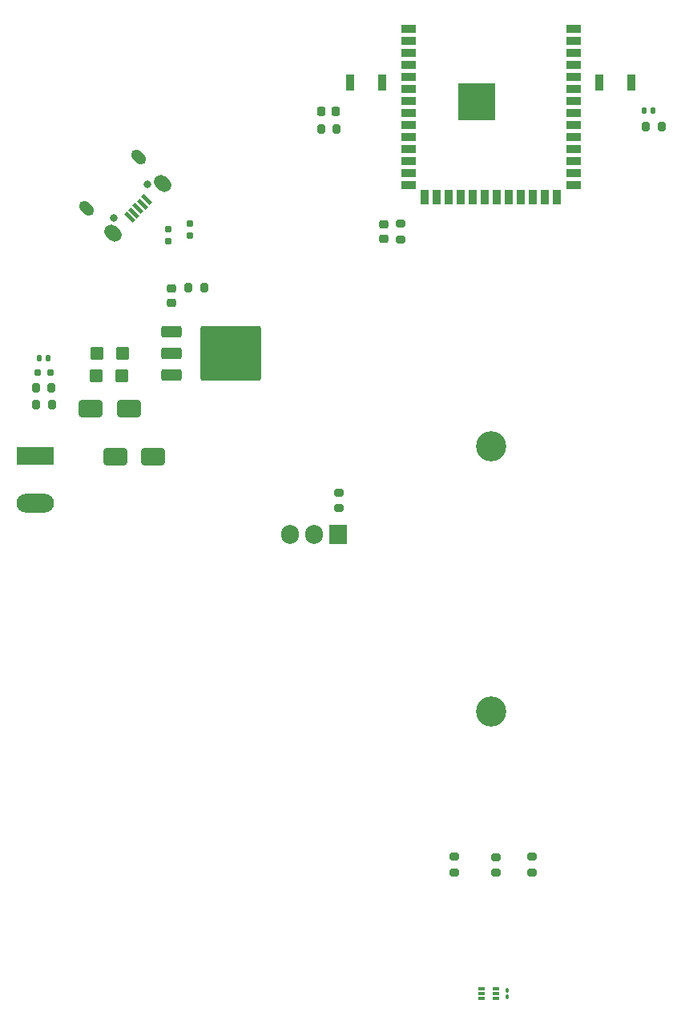
<source format=gbr>
%TF.GenerationSoftware,KiCad,Pcbnew,8.0.7*%
%TF.CreationDate,2025-03-03T14:35:13+00:00*%
%TF.ProjectId,FYP_Heater,4659505f-4865-4617-9465-722e6b696361,rev?*%
%TF.SameCoordinates,Original*%
%TF.FileFunction,Soldermask,Top*%
%TF.FilePolarity,Negative*%
%FSLAX46Y46*%
G04 Gerber Fmt 4.6, Leading zero omitted, Abs format (unit mm)*
G04 Created by KiCad (PCBNEW 8.0.7) date 2025-03-03 14:35:13*
%MOMM*%
%LPD*%
G01*
G04 APERTURE LIST*
G04 Aperture macros list*
%AMRoundRect*
0 Rectangle with rounded corners*
0 $1 Rounding radius*
0 $2 $3 $4 $5 $6 $7 $8 $9 X,Y pos of 4 corners*
0 Add a 4 corners polygon primitive as box body*
4,1,4,$2,$3,$4,$5,$6,$7,$8,$9,$2,$3,0*
0 Add four circle primitives for the rounded corners*
1,1,$1+$1,$2,$3*
1,1,$1+$1,$4,$5*
1,1,$1+$1,$6,$7*
1,1,$1+$1,$8,$9*
0 Add four rect primitives between the rounded corners*
20,1,$1+$1,$2,$3,$4,$5,0*
20,1,$1+$1,$4,$5,$6,$7,0*
20,1,$1+$1,$6,$7,$8,$9,0*
20,1,$1+$1,$8,$9,$2,$3,0*%
%AMHorizOval*
0 Thick line with rounded ends*
0 $1 width*
0 $2 $3 position (X,Y) of the first rounded end (center of the circle)*
0 $4 $5 position (X,Y) of the second rounded end (center of the circle)*
0 Add line between two ends*
20,1,$1,$2,$3,$4,$5,0*
0 Add two circle primitives to create the rounded ends*
1,1,$1,$2,$3*
1,1,$1,$4,$5*%
%AMRotRect*
0 Rectangle, with rotation*
0 The origin of the aperture is its center*
0 $1 length*
0 $2 width*
0 $3 Rotation angle, in degrees counterclockwise*
0 Add horizontal line*
21,1,$1,$2,0,0,$3*%
G04 Aperture macros list end*
%ADD10RoundRect,0.250000X1.000000X0.650000X-1.000000X0.650000X-1.000000X-0.650000X1.000000X-0.650000X0*%
%ADD11R,1.500000X0.900000*%
%ADD12R,0.900000X1.500000*%
%ADD13C,0.600000*%
%ADD14R,3.900000X3.900000*%
%ADD15RoundRect,0.218750X0.256250X-0.218750X0.256250X0.218750X-0.256250X0.218750X-0.256250X-0.218750X0*%
%ADD16R,3.960000X1.980000*%
%ADD17O,3.960000X1.980000*%
%ADD18HorizOval,0.800000X0.000000X0.000000X0.000000X0.000000X0*%
%ADD19RotRect,0.450000X1.300000X225.000000*%
%ADD20HorizOval,1.150000X-0.229810X0.229810X0.229810X-0.229810X0*%
%ADD21HorizOval,1.450000X-0.194454X0.194454X0.194454X-0.194454X0*%
%ADD22RoundRect,0.218750X-0.256250X0.218750X-0.256250X-0.218750X0.256250X-0.218750X0.256250X0.218750X0*%
%ADD23RoundRect,0.200000X-0.200000X-0.275000X0.200000X-0.275000X0.200000X0.275000X-0.200000X0.275000X0*%
%ADD24RoundRect,0.140000X-0.140000X-0.170000X0.140000X-0.170000X0.140000X0.170000X-0.140000X0.170000X0*%
%ADD25RoundRect,0.102000X0.240000X0.200000X-0.240000X0.200000X-0.240000X-0.200000X0.240000X-0.200000X0*%
%ADD26RoundRect,0.100000X-0.100000X0.130000X-0.100000X-0.130000X0.100000X-0.130000X0.100000X0.130000X0*%
%ADD27RoundRect,0.200000X0.275000X-0.200000X0.275000X0.200000X-0.275000X0.200000X-0.275000X-0.200000X0*%
%ADD28RoundRect,0.085000X-0.265000X-0.085000X0.265000X-0.085000X0.265000X0.085000X-0.265000X0.085000X0*%
%ADD29RoundRect,0.200000X0.200000X0.275000X-0.200000X0.275000X-0.200000X-0.275000X0.200000X-0.275000X0*%
%ADD30R,0.900000X1.700000*%
%ADD31C,3.200000*%
%ADD32RoundRect,0.200000X-0.275000X0.200000X-0.275000X-0.200000X0.275000X-0.200000X0.275000X0.200000X0*%
%ADD33RoundRect,0.102000X0.200000X-0.240000X0.200000X0.240000X-0.200000X0.240000X-0.200000X-0.240000X0*%
%ADD34RoundRect,0.250000X0.450000X0.425000X-0.450000X0.425000X-0.450000X-0.425000X0.450000X-0.425000X0*%
%ADD35RoundRect,0.250000X-0.850000X-0.350000X0.850000X-0.350000X0.850000X0.350000X-0.850000X0.350000X0*%
%ADD36RoundRect,0.249997X-2.950003X-2.650003X2.950003X-2.650003X2.950003X2.650003X-2.950003X2.650003X0*%
%ADD37R,1.905000X2.000000*%
%ADD38O,1.905000X2.000000*%
%ADD39RoundRect,0.225000X0.225000X0.250000X-0.225000X0.250000X-0.225000X-0.250000X0.225000X-0.250000X0*%
G04 APERTURE END LIST*
D10*
%TO.C,D8*%
X63300000Y-87100000D03*
X59300000Y-87100000D03*
%TD*%
%TO.C,D6*%
X56700000Y-82000000D03*
X60700000Y-82000000D03*
%TD*%
D11*
%TO.C,U4*%
X90250000Y-41890000D03*
X90250000Y-43160000D03*
X90250000Y-44430000D03*
X90250000Y-45700000D03*
X90250000Y-46970000D03*
X90250000Y-48240000D03*
X90250000Y-49510000D03*
X90250000Y-50780000D03*
X90250000Y-52050000D03*
X90250000Y-53320000D03*
X90250000Y-54590000D03*
X90250000Y-55860000D03*
X90250000Y-57130000D03*
X90250000Y-58400000D03*
D12*
X92015000Y-59650000D03*
X93285000Y-59650000D03*
X94555000Y-59650000D03*
X95825000Y-59650000D03*
X97095000Y-59650000D03*
X98365000Y-59650000D03*
X99635000Y-59650000D03*
X100905000Y-59650000D03*
X102175000Y-59650000D03*
X103445000Y-59650000D03*
X104715000Y-59650000D03*
X105985000Y-59650000D03*
D11*
X107750000Y-58400000D03*
X107750000Y-57130000D03*
X107750000Y-55860000D03*
X107750000Y-54590000D03*
X107750000Y-53320000D03*
X107750000Y-52050000D03*
X107750000Y-50780000D03*
X107750000Y-49510000D03*
X107750000Y-48240000D03*
X107750000Y-46970000D03*
X107750000Y-45700000D03*
X107750000Y-44430000D03*
X107750000Y-43160000D03*
X107750000Y-41890000D03*
D13*
X96100000Y-48910000D03*
X96100000Y-50310000D03*
X96800000Y-48210000D03*
X96800000Y-49610000D03*
X96800000Y-51010000D03*
X97500000Y-48910000D03*
D14*
X97500000Y-49610000D03*
D13*
X97500000Y-50310000D03*
X98200000Y-48210000D03*
X98200000Y-49610000D03*
X98200000Y-51010000D03*
X98900000Y-48910000D03*
X98900000Y-50310000D03*
%TD*%
D15*
%TO.C,D4*%
X65250000Y-70862500D03*
X65250000Y-69287500D03*
%TD*%
D16*
%TO.C,J3*%
X50800000Y-87050000D03*
D17*
X50800000Y-92050000D03*
%TD*%
D18*
%TO.C,J1*%
X62691332Y-58323743D03*
X59155798Y-61859277D03*
D19*
X62620622Y-59950089D03*
X62161002Y-60409708D03*
X61701383Y-60869328D03*
X61241763Y-61328947D03*
X60782144Y-61788567D03*
D20*
X61719061Y-55406928D03*
D21*
X64300000Y-58200000D03*
X59032055Y-63467945D03*
D20*
X56238983Y-60887006D03*
%TD*%
D22*
%TO.C,D5*%
X87650000Y-62525000D03*
X87650000Y-64100000D03*
%TD*%
D23*
%TO.C,R5*%
X50950000Y-81600000D03*
X52600000Y-81600000D03*
%TD*%
D24*
%TO.C,C1*%
X51240000Y-76700000D03*
X52200000Y-76700000D03*
%TD*%
D25*
%TO.C,D1*%
X52400000Y-78200000D03*
X51080000Y-78200000D03*
%TD*%
D26*
%TO.C,C7*%
X100700000Y-143500000D03*
X100700000Y-144140000D03*
%TD*%
D27*
%TO.C,R3*%
X82900000Y-92525000D03*
X82900000Y-90875000D03*
%TD*%
D28*
%TO.C,U2*%
X98000000Y-143300000D03*
X98000000Y-143800000D03*
X98000000Y-144300000D03*
X99500000Y-144300000D03*
X99500000Y-143800000D03*
X99500000Y-143300000D03*
%TD*%
D29*
%TO.C,R13*%
X117000000Y-52200000D03*
X115350000Y-52200000D03*
%TD*%
D30*
%TO.C,SW2*%
X113800000Y-47600000D03*
X110400000Y-47600000D03*
%TD*%
D27*
%TO.C,R14*%
X89400000Y-64125000D03*
X89400000Y-62475000D03*
%TD*%
D30*
%TO.C,SW1*%
X84100000Y-47600000D03*
X87500000Y-47600000D03*
%TD*%
D31*
%TO.C,H2*%
X99000000Y-86000000D03*
%TD*%
D32*
%TO.C,R1*%
X103300000Y-129375000D03*
X103300000Y-131025000D03*
%TD*%
D27*
%TO.C,R8*%
X95100000Y-131025000D03*
X95100000Y-129375000D03*
%TD*%
D33*
%TO.C,D2*%
X64900000Y-64360000D03*
X64900000Y-63040000D03*
%TD*%
D32*
%TO.C,R2*%
X99500000Y-129400000D03*
X99500000Y-131050000D03*
%TD*%
D34*
%TO.C,C4*%
X60075000Y-76175000D03*
X57375000Y-76175000D03*
%TD*%
D31*
%TO.C,H3*%
X99000000Y-114000000D03*
%TD*%
D23*
%TO.C,R12*%
X67025000Y-69275000D03*
X68675000Y-69275000D03*
%TD*%
D35*
%TO.C,U3*%
X65200000Y-73920000D03*
X65200000Y-76200000D03*
D36*
X71500000Y-76200000D03*
D35*
X65200000Y-78480000D03*
%TD*%
D34*
%TO.C,C3*%
X59975000Y-78575000D03*
X57275000Y-78575000D03*
%TD*%
D24*
%TO.C,C6*%
X115140000Y-50500000D03*
X116100000Y-50500000D03*
%TD*%
D37*
%TO.C,Q4*%
X82800000Y-95300000D03*
D38*
X80260000Y-95300000D03*
X77720000Y-95300000D03*
%TD*%
D39*
%TO.C,C5*%
X82600000Y-50600000D03*
X81050000Y-50600000D03*
%TD*%
D29*
%TO.C,R4*%
X52550000Y-79800000D03*
X50900000Y-79800000D03*
%TD*%
D23*
%TO.C,R11*%
X81050000Y-52500000D03*
X82700000Y-52500000D03*
%TD*%
D33*
%TO.C,D3*%
X67200000Y-63760000D03*
X67200000Y-62440000D03*
%TD*%
M02*

</source>
